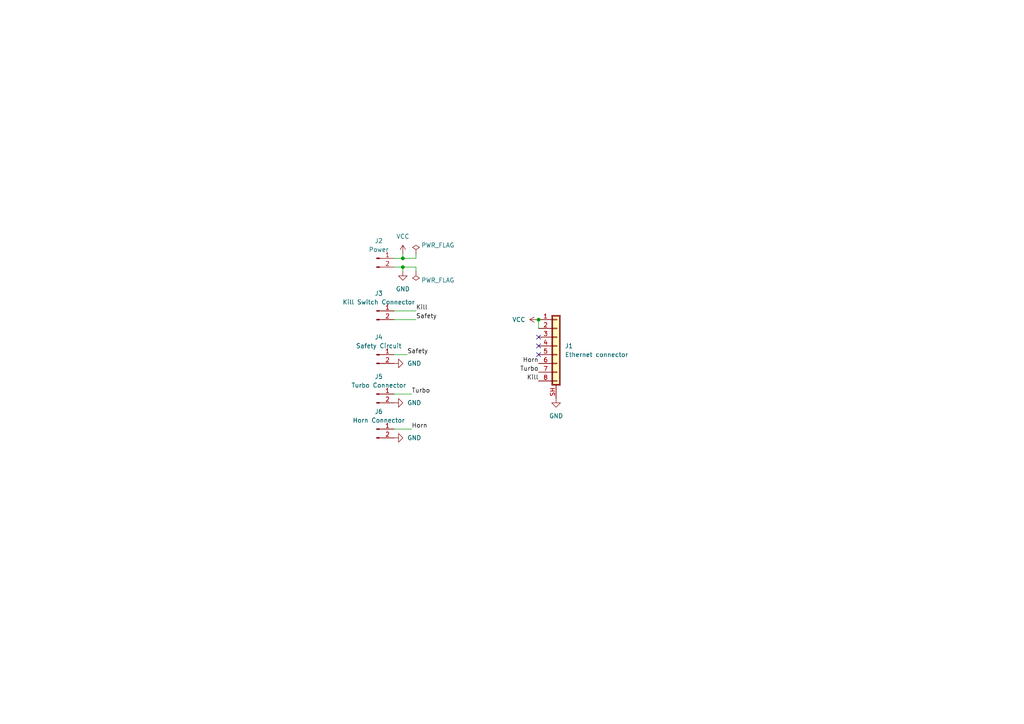
<source format=kicad_sch>
(kicad_sch (version 20211123) (generator eeschema)
  (paper "A4")
  (lib_symbols
    (symbol "Connector:Conn_01x02_Male" (pin_names (offset 1.016) hide)
      (property "Reference" "J" (at 0 2.54 0))
      (property "Value" "Conn_01x02_Male" (at 0 -5.08 0))
      (symbol "Conn_01x02_Male_1_1"
        (polyline (pts (xy 1.27 -2.54) (xy 0.8636 -2.54)) (stroke (width 0.1524)))
        (polyline (pts (xy 1.27 0) (xy 0.8636 0)) (stroke (width 0.1524)))
        (rectangle (start 0.8636 -2.413) (end 0 -2.667) (stroke (width 0.1524)) (fill (type outline)))
        (rectangle (start 0.8636 0.127) (end 0 -0.127) (stroke (width 0.1524)) (fill (type outline)))
        (pin passive line (at 5.08 0 180) (length 3.81) (name "Pin_1") (number "1"))
        (pin passive line (at 5.08 -2.54 180) (length 3.81) (name "Pin_2") (number "2"))
      )
    )
    (symbol "Connector_Generic_Shielded:Conn_01x08_Shielded" (pin_names (offset 1.016) hide)
      (property "Reference" "J" (at 0.254 9.906 0))
      (property "Value" "Conn_01x08_Shielded" (at 1.016 -12.446 0))
      (symbol "Conn_01x08_Shielded_1_1"
        (rectangle (start -1.27 8.89) (end 1.27 -11.43) (stroke (width 0.1524)))
        (rectangle (start -1.016 -10.033) (end 0.254 -10.287) (stroke (width 0.1524)))
        (rectangle (start -1.016 -7.493) (end 0.254 -7.747) (stroke (width 0.1524)))
        (rectangle (start -1.016 -4.953) (end 0.254 -5.207) (stroke (width 0.1524)))
        (rectangle (start -1.016 -2.413) (end 0.254 -2.667) (stroke (width 0.1524)))
        (rectangle (start -1.016 0.127) (end 0.254 -0.127) (stroke (width 0.1524)))
        (rectangle (start -1.016 2.667) (end 0.254 2.413) (stroke (width 0.1524)))
        (rectangle (start -1.016 5.207) (end 0.254 4.953) (stroke (width 0.1524)))
        (rectangle (start -1.016 7.747) (end 0.254 7.493) (stroke (width 0.1524)))
        (rectangle (start -1.016 8.636) (end 1.016 -11.176) (stroke (width 0.254)) (fill (type background)))
        (pin passive line (at -5.08 7.62 0) (length 4.064) (name "Pin_1") (number "1"))
        (pin passive line (at -5.08 5.08 0) (length 4.064) (name "Pin_2") (number "2"))
        (pin passive line (at -5.08 2.54 0) (length 4.064) (name "Pin_3") (number "3"))
        (pin passive line (at -5.08 0 0) (length 4.064) (name "Pin_4") (number "4"))
        (pin passive line (at -5.08 -2.54 0) (length 4.064) (name "Pin_5") (number "5"))
        (pin passive line (at -5.08 -5.08 0) (length 4.064) (name "Pin_6") (number "6"))
        (pin passive line (at -5.08 -7.62 0) (length 4.064) (name "Pin_7") (number "7"))
        (pin passive line (at -5.08 -10.16 0) (length 4.064) (name "Pin_8") (number "8"))
        (pin passive line (at 0 -15.24 90) (length 3.81) (name "Shield") (number "SH"))
      )
    )
    (symbol "power:GND" (power) (pin_names (offset 0))
      (property "Value" "GND" (at 0 -3.81 0))
      (symbol "GND_0_1"
        (polyline (pts (xy 0 0) (xy 0 -1.27) (xy 1.27 -1.27) (xy 0 -2.54) (xy -1.27 -1.27) (xy 0 -1.27)))
      )
      (symbol "GND_1_1"
        (pin power_in line (at 0 0 270) (length 0) hide (name "GND") (number "1"))
      )
    )
    (symbol "power:PWR_FLAG" (power) (pin_numbers hide) (pin_names (offset 0) hide)
      (property "Value" "PWR_FLAG" (at 0 3.81 0))
      (symbol "PWR_FLAG_0_0"
        (pin power_out line (at 0 0 90) (length 0) (name "pwr") (number "1"))
      )
      (symbol "PWR_FLAG_0_1"
        (polyline (pts (xy 0 0) (xy 0 1.27) (xy -1.016 1.905) (xy 0 2.54) (xy 1.016 1.905) (xy 0 1.27)))
      )
    )
    (symbol "power:VCC" (power) (pin_names (offset 0))
      (property "Value" "VCC" (at 0 3.81 0))
      (symbol "VCC_0_1"
        (polyline (pts (xy -0.762 1.27) (xy 0 2.54)))
        (polyline (pts (xy 0 0) (xy 0 2.54)))
        (polyline (pts (xy 0 2.54) (xy 0.762 1.27)))
      )
      (symbol "VCC_1_1"
        (pin power_in line (at 0 0 90) (length 0) hide (name "VCC") (number "1"))
      )
    )
  )
  (junction (at 116.84 74.93))
  (junction (at 116.84 77.47))
  (junction (at 156.21 92.71))
  (no_connect (at 156.21 97.79))
  (no_connect (at 156.21 100.33))
  (no_connect (at 156.21 102.87))
  (wire (pts (xy 120.65 74.93) (xy 120.65 73.66)))
  (wire (pts (xy 119.38 124.46) (xy 114.3 124.46)))
  (wire (pts (xy 116.84 77.47) (xy 120.65 77.47)))
  (wire (pts (xy 119.38 114.3) (xy 114.3 114.3)))
  (wire (pts (xy 120.65 90.17) (xy 114.3 90.17)))
  (wire (pts (xy 114.3 74.93) (xy 116.84 74.93)))
  (wire (pts (xy 120.65 77.47) (xy 120.65 78.74)))
  (wire (pts (xy 116.84 74.93) (xy 116.84 73.66)))
  (wire (pts (xy 156.21 92.71) (xy 156.21 95.25)))
  (wire (pts (xy 120.65 92.71) (xy 114.3 92.71)))
  (wire (pts (xy 118.11 102.87) (xy 114.3 102.87)))
  (wire (pts (xy 116.84 77.47) (xy 116.84 78.74)))
  (wire (pts (xy 114.3 77.47) (xy 116.84 77.47)))
  (wire (pts (xy 116.84 74.93) (xy 120.65 74.93)))
  (label "Turbo" (at 119.38 114.3 0))
  (label "Kill" (at 120.65 90.17 0))
  (label "Horn" (at 119.38 124.46 0))
  (label "Safety" (at 120.65 92.71 0))
  (label "Safety" (at 118.11 102.87 0))
  (label "Turbo" (at 156.21 107.95 180))
  (label "Horn" (at 156.21 105.41 180))
  (label "Kill" (at 156.21 110.49 180))
  (symbol (lib_id "power:PWR_FLAG") (at 120.65 78.74 180) (unit 1)
    (property "Reference" "#FLG02" (effects hide))
    (property "Value" "PWR_FLAG" (at 127 81.28 0))
  )
  (symbol (lib_id "power:GND") (at 161.29 115.57 0) (unit 1)
    (property "Reference" "#PWR0101" (effects hide))
    (property "Value" "GND" (at 161.29 120.65 0))
  )
  (symbol (lib_id "Connector:Conn_01x02_Male") (at 109.22 74.93 0) (unit 1)
    (property "Reference" "J2" (at 109.855 69.85 0))
    (property "Value" "Power" (at 109.855 72.39 0))
    (property "Footprint" "Connector_Molex:Molex_Mini-Fit_Jr_5569-02A2_2x01_P4.20mm_Horizontal" (effects hide))
  )
  (symbol (lib_id "Connector:Conn_01x02_Male") (at 109.22 102.87 0) (unit 1)
    (property "Reference" "J4" (at 109.855 97.79 0))
    (property "Value" "Safety Circuit" (at 109.855 100.33 0))
    (property "Footprint" "Connector_Molex:Molex_Mini-Fit_Jr_5569-02A2_2x01_P4.20mm_Horizontal" (effects hide))
  )
  (symbol (lib_id "power:VCC") (at 156.21 92.71 90) (unit 1)
    (property "Reference" "#PWR06" (effects hide))
    (property "Value" "VCC" (at 152.4 92.7099 90) (effects (justify left)))
  )
  (symbol (lib_id "Connector:Conn_01x02_Male") (at 109.22 124.46 0) (unit 1)
    (property "Reference" "J6" (at 109.855 119.38 0))
    (property "Value" "Horn Connector" (at 109.855 121.92 0))
    (property "Footprint" "Connector_Molex:Molex_Mini-Fit_Jr_5569-02A2_2x01_P4.20mm_Horizontal" (effects hide))
  )
  (symbol (lib_id "power:VCC") (at 116.84 73.66 0) (unit 1)
    (property "Reference" "#PWR04" (effects hide))
    (property "Value" "VCC" (at 116.84 68.58 0))
  )
  (symbol (lib_id "power:GND") (at 114.3 105.41 90) (unit 1)
    (property "Reference" "#PWR01" (effects hide))
    (property "Value" "GND" (at 118.11 105.4099 90) (effects (justify right)))
  )
  (symbol (lib_id "Connector:Conn_01x02_Male") (at 109.22 90.17 0) (unit 1)
    (property "Reference" "J3" (at 109.855 85.09 0))
    (property "Value" "Kill Switch Connector" (at 109.855 87.63 0))
    (property "Footprint" "Connector_Molex:Molex_Mini-Fit_Jr_5569-02A2_2x01_P4.20mm_Horizontal" (effects hide))
  )
  (symbol (lib_id "power:GND") (at 116.84 78.74 0) (unit 1)
    (property "Reference" "#PWR05" (effects hide))
    (property "Value" "GND" (at 116.84 83.82 0))
  )
  (symbol (lib_id "Connector_Generic_Shielded:Conn_01x08_Shielded") (at 161.29 100.33 0) (unit 1)
    (property "Reference" "J1" (at 163.83 100.3299 0) (effects (justify left)))
    (property "Value" "Ethernet connector" (at 163.83 102.8699 0) (effects (justify left)))
    (property "Footprint" "Connector_RJ:RJ45_Amphenol_RJHSE5380" (effects hide))
  )
  (symbol (lib_id "power:GND") (at 114.3 116.84 90) (unit 1)
    (property "Reference" "#PWR02" (effects hide))
    (property "Value" "GND" (at 118.11 116.8399 90) (effects (justify right)))
  )
  (symbol (lib_id "Connector:Conn_01x02_Male") (at 109.22 114.3 0) (unit 1)
    (property "Reference" "J5" (at 109.855 109.22 0))
    (property "Value" "Turbo Connector" (at 109.855 111.76 0))
    (property "Footprint" "Connector_Molex:Molex_Mini-Fit_Jr_5569-02A2_2x01_P4.20mm_Horizontal" (effects hide))
  )
  (symbol (lib_id "power:PWR_FLAG") (at 120.65 73.66 0) (unit 1)
    (property "Reference" "#FLG01" (effects hide))
    (property "Value" "PWR_FLAG" (at 127 71.12 0))
  )
  (symbol (lib_id "power:GND") (at 114.3 127 90) (unit 1)
    (property "Reference" "#PWR03" (effects hide))
    (property "Value" "GND" (at 118.11 126.9999 90) (effects (justify right)))
  )
)
</source>
